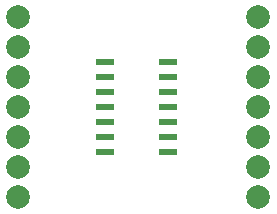
<source format=gbr>
%TF.GenerationSoftware,KiCad,Pcbnew,7.0.6*%
%TF.CreationDate,2023-09-01T18:36:08-07:00*%
%TF.ProjectId,Guitar_waveform_proj,47756974-6172-45f7-9761-7665666f726d,rev?*%
%TF.SameCoordinates,Original*%
%TF.FileFunction,Soldermask,Top*%
%TF.FilePolarity,Negative*%
%FSLAX46Y46*%
G04 Gerber Fmt 4.6, Leading zero omitted, Abs format (unit mm)*
G04 Created by KiCad (PCBNEW 7.0.6) date 2023-09-01 18:36:08*
%MOMM*%
%LPD*%
G01*
G04 APERTURE LIST*
%ADD10C,2.000000*%
%ADD11R,1.550000X0.600000*%
G04 APERTURE END LIST*
D10*
%TO.C,REF\u002A\u002A*%
X139700000Y-81280000D03*
X139700000Y-83820000D03*
X139700000Y-86360000D03*
X139700000Y-88900000D03*
X139700000Y-91440000D03*
X139700000Y-93980000D03*
X139700000Y-96520000D03*
%TD*%
%TO.C,REF\u002A\u002A*%
X160020000Y-81280000D03*
X160020000Y-83820000D03*
X160020000Y-86360000D03*
X160020000Y-88900000D03*
X160020000Y-91440000D03*
X160020000Y-93980000D03*
X160020000Y-96520000D03*
%TD*%
D11*
%TO.C,PCM1801*%
X147000000Y-85090000D03*
X147000000Y-86360000D03*
X147000000Y-87630000D03*
X147000000Y-88900000D03*
X147000000Y-90170000D03*
X147000000Y-91440000D03*
X147000000Y-92710000D03*
X152400000Y-92710000D03*
X152400000Y-91440000D03*
X152400000Y-90170000D03*
X152400000Y-88900000D03*
X152400000Y-87630000D03*
X152400000Y-86360000D03*
X152400000Y-85090000D03*
%TD*%
M02*

</source>
